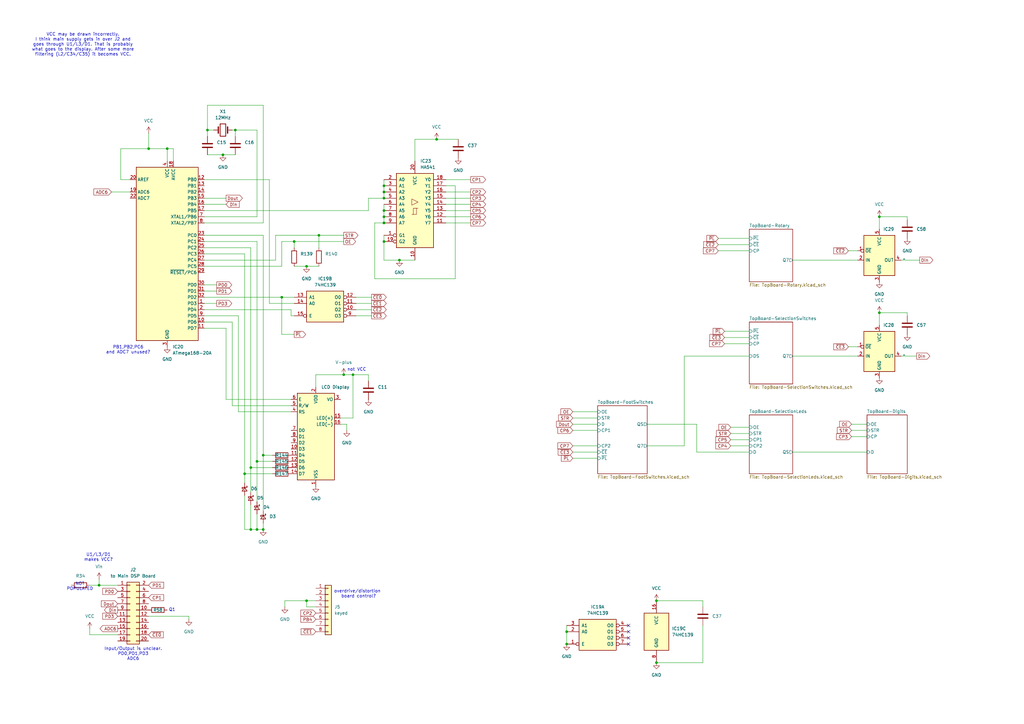
<source format=kicad_sch>
(kicad_sch (version 20231120) (generator "eeschema") (generator_version "8.0")
  (paper "A3")
  (title_block (title "Nova System Top Board") (date "2024-05-22") (rev "01") (company "tc electronic") (comment 1 "Reverse Engineered!") (comment 2 "Main brain and Display"))
  (lib_symbols
    (symbol "74xx:74LS139" (pin_names (offset 1.016))
      (property "Reference" "U" (at -7.62 8.89 0))
      (property "Value" "74LS139" (at -7.62 -8.89 0))
      (symbol "74LS139_1_0"
        (pin input inverted (at -12.7 -5.08 0) (length 5.08) (name "E") (number "1"))
        (pin input line (at -12.7 0 0) (length 5.08) (name "A0") (number "2"))
        (pin input line (at -12.7 2.54 0) (length 5.08) (name "A1") (number "3"))
        (pin output inverted (at 12.7 2.54 180) (length 5.08) (name "O0") (number "4"))
        (pin output inverted (at 12.7 0 180) (length 5.08) (name "O1") (number "5"))
        (pin output inverted (at 12.7 -2.54 180) (length 5.08) (name "O2") (number "6"))
        (pin output inverted (at 12.7 -5.08 180) (length 5.08) (name "O3") (number "7"))
      )
      (symbol "74LS139_1_1"
        (rectangle (start -7.62 5.08) (end 7.62 -7.62) (stroke (width 0.254)) (fill (type background)))
      )
      (symbol "74LS139_2_0"
        (pin output inverted (at 12.7 -2.54 180) (length 5.08) (name "O2") (number "10"))
        (pin output inverted (at 12.7 0 180) (length 5.08) (name "O1") (number "11"))
        (pin output inverted (at 12.7 2.54 180) (length 5.08) (name "O0") (number "12"))
        (pin input line (at -12.7 2.54 0) (length 5.08) (name "A1") (number "13"))
        (pin input line (at -12.7 0 0) (length 5.08) (name "A0") (number "14"))
        (pin input inverted (at -12.7 -5.08 0) (length 5.08) (name "E") (number "15"))
        (pin output inverted (at 12.7 -5.08 180) (length 5.08) (name "O3") (number "9"))
      )
      (symbol "74LS139_2_1"
        (rectangle (start -7.62 5.08) (end 7.62 -7.62) (stroke (width 0.254)) (fill (type background)))
      )
      (symbol "74LS139_3_0"
        (pin power_in line (at 0 12.7 270) (length 5.08) (name "VCC") (number "16"))
        (pin power_in line (at 0 -12.7 90) (length 5.08) (name "GND") (number "8"))
      )
      (symbol "74LS139_3_1"
        (rectangle (start -5.08 7.62) (end 5.08 -7.62) (stroke (width 0.254)) (fill (type background)))
      )
    )
    (symbol "74xx:74LS541" (pin_names (offset 1.016))
      (property "Reference" "U" (at -7.62 16.51 0))
      (property "Value" "74LS541" (at -7.62 -16.51 0))
      (symbol "74LS541_1_0"
        (polyline (pts (xy -0.635 -1.6002) (xy -0.635 0.9398) (xy 0.635 0.9398)))
        (polyline (pts (xy -1.27 -1.6002) (xy 0.635 -1.6002) (xy 0.635 0.9398) (xy 1.27 0.9398)))
        (polyline (pts (xy 1.27 3.4798) (xy -1.27 4.7498) (xy -1.27 2.2098) (xy 1.27 3.4798)) (stroke (width 0.1524)))
        (pin input inverted (at -12.7 -10.16 0) (length 5.08) (name "G1") (number "1"))
        (pin power_in line (at 0 -20.32 90) (length 5.08) (name "GND") (number "10"))
        (pin tri_state line (at 12.7 -5.08 180) (length 5.08) (name "Y7") (number "11"))
        (pin tri_state line (at 12.7 -2.54 180) (length 5.08) (name "Y6") (number "12"))
        (pin tri_state line (at 12.7 0 180) (length 5.08) (name "Y5") (number "13"))
        (pin tri_state line (at 12.7 2.54 180) (length 5.08) (name "Y4") (number "14"))
        (pin tri_state line (at 12.7 5.08 180) (length 5.08) (name "Y3") (number "15"))
        (pin tri_state line (at 12.7 7.62 180) (length 5.08) (name "Y2") (number "16"))
        (pin tri_state line (at 12.7 10.16 180) (length 5.08) (name "Y1") (number "17"))
        (pin tri_state line (at 12.7 12.7 180) (length 5.08) (name "Y0") (number "18"))
        (pin input inverted (at -12.7 -12.7 0) (length 5.08) (name "G2") (number "19"))
        (pin input line (at -12.7 12.7 0) (length 5.08) (name "A0") (number "2"))
        (pin power_in line (at 0 20.32 270) (length 5.08) (name "VCC") (number "20"))
        (pin input line (at -12.7 10.16 0) (length 5.08) (name "A1") (number "3"))
        (pin input line (at -12.7 7.62 0) (length 5.08) (name "A2") (number "4"))
        (pin input line (at -12.7 5.08 0) (length 5.08) (name "A3") (number "5"))
        (pin input line (at -12.7 2.54 0) (length 5.08) (name "A4") (number "6"))
        (pin input line (at -12.7 0 0) (length 5.08) (name "A5") (number "7"))
        (pin input line (at -12.7 -2.54 0) (length 5.08) (name "A6") (number "8"))
        (pin input line (at -12.7 -5.08 0) (length 5.08) (name "A7") (number "9"))
      )
      (symbol "74LS541_1_1"
        (rectangle (start -7.62 15.24) (end 7.62 -15.24) (stroke (width 0.254)) (fill (type background)))
      )
    )
    (symbol "Connector_Generic:Conn_01x08" (pin_names (offset 1.016) hide)
      (property "Reference" "J" (at 0 10.16 0))
      (property "Value" "Conn_01x08" (at 0 -12.7 0))
      (symbol "Conn_01x08_1_1"
        (rectangle (start -1.27 -10.033) (end 0 -10.287) (stroke (width 0.1524)))
        (rectangle (start -1.27 -7.493) (end 0 -7.747) (stroke (width 0.1524)))
        (rectangle (start -1.27 -4.953) (end 0 -5.207) (stroke (width 0.1524)))
        (rectangle (start -1.27 -2.413) (end 0 -2.667) (stroke (width 0.1524)))
        (rectangle (start -1.27 0.127) (end 0 -0.127) (stroke (width 0.1524)))
        (rectangle (start -1.27 2.667) (end 0 2.413) (stroke (width 0.1524)))
        (rectangle (start -1.27 5.207) (end 0 4.953) (stroke (width 0.1524)))
        (rectangle (start -1.27 7.747) (end 0 7.493) (stroke (width 0.1524)))
        (rectangle (start -1.27 8.89) (end 1.27 -11.43) (stroke (width 0.254)) (fill (type background)))
        (pin passive line (at -5.08 7.62 0) (length 3.81) (name "Pin_1") (number "1"))
        (pin passive line (at -5.08 5.08 0) (length 3.81) (name "Pin_2") (number "2"))
        (pin passive line (at -5.08 2.54 0) (length 3.81) (name "Pin_3") (number "3"))
        (pin passive line (at -5.08 0 0) (length 3.81) (name "Pin_4") (number "4"))
        (pin passive line (at -5.08 -2.54 0) (length 3.81) (name "Pin_5") (number "5"))
        (pin passive line (at -5.08 -5.08 0) (length 3.81) (name "Pin_6") (number "6"))
        (pin passive line (at -5.08 -7.62 0) (length 3.81) (name "Pin_7") (number "7"))
        (pin passive line (at -5.08 -10.16 0) (length 3.81) (name "Pin_8") (number "8"))
      )
    )
    (symbol "Connector_Generic:Conn_02x10_Odd_Even" (pin_names (offset 1.016) hide)
      (property "Reference" "J" (at 1.27 12.7 0))
      (property "Value" "Conn_02x10_Odd_Even" (at 1.27 -15.24 0))
      (symbol "Conn_02x10_Odd_Even_1_1"
        (rectangle (start -1.27 -12.573) (end 0 -12.827) (stroke (width 0.1524)))
        (rectangle (start -1.27 -10.033) (end 0 -10.287) (stroke (width 0.1524)))
        (rectangle (start -1.27 -7.493) (end 0 -7.747) (stroke (width 0.1524)))
        (rectangle (start -1.27 -4.953) (end 0 -5.207) (stroke (width 0.1524)))
        (rectangle (start -1.27 -2.413) (end 0 -2.667) (stroke (width 0.1524)))
        (rectangle (start -1.27 0.127) (end 0 -0.127) (stroke (width 0.1524)))
        (rectangle (start -1.27 2.667) (end 0 2.413) (stroke (width 0.1524)))
        (rectangle (start -1.27 5.207) (end 0 4.953) (stroke (width 0.1524)))
        (rectangle (start -1.27 7.747) (end 0 7.493) (stroke (width 0.1524)))
        (rectangle (start -1.27 10.287) (end 0 10.033) (stroke (width 0.1524)))
        (rectangle (start -1.27 11.43) (end 3.81 -13.97) (stroke (width 0.254)) (fill (type background)))
        (rectangle (start 3.81 -12.573) (end 2.54 -12.827) (stroke (width 0.1524)))
        (rectangle (start 3.81 -10.033) (end 2.54 -10.287) (stroke (width 0.1524)))
        (rectangle (start 3.81 -7.493) (end 2.54 -7.747) (stroke (width 0.1524)))
        (rectangle (start 3.81 -4.953) (end 2.54 -5.207) (stroke (width 0.1524)))
        (rectangle (start 3.81 -2.413) (end 2.54 -2.667) (stroke (width 0.1524)))
        (rectangle (start 3.81 0.127) (end 2.54 -0.127) (stroke (width 0.1524)))
        (rectangle (start 3.81 2.667) (end 2.54 2.413) (stroke (width 0.1524)))
        (rectangle (start 3.81 5.207) (end 2.54 4.953) (stroke (width 0.1524)))
        (rectangle (start 3.81 7.747) (end 2.54 7.493) (stroke (width 0.1524)))
        (rectangle (start 3.81 10.287) (end 2.54 10.033) (stroke (width 0.1524)))
        (pin passive line (at -5.08 10.16 0) (length 3.81) (name "Pin_1") (number "1"))
        (pin passive line (at 7.62 0 180) (length 3.81) (name "Pin_10") (number "10"))
        (pin passive line (at -5.08 -2.54 0) (length 3.81) (name "Pin_11") (number "11"))
        (pin passive line (at 7.62 -2.54 180) (length 3.81) (name "Pin_12") (number "12"))
        (pin passive line (at -5.08 -5.08 0) (length 3.81) (name "Pin_13") (number "13"))
        (pin passive line (at 7.62 -5.08 180) (length 3.81) (name "Pin_14") (number "14"))
        (pin passive line (at -5.08 -7.62 0) (length 3.81) (name "Pin_15") (number "15"))
        (pin passive line (at 7.62 -7.62 180) (length 3.81) (name "Pin_16") (number "16"))
        (pin passive line (at -5.08 -10.16 0) (length 3.81) (name "Pin_17") (number "17"))
        (pin passive line (at 7.62 -10.16 180) (length 3.81) (name "Pin_18") (number "18"))
        (pin passive line (at -5.08 -12.7 0) (length 3.81) (name "Pin_19") (number "19"))
        (pin passive line (at 7.62 10.16 180) (length 3.81) (name "Pin_2") (number "2"))
        (pin passive line (at 7.62 -12.7 180) (length 3.81) (name "Pin_20") (number "20"))
        (pin passive line (at -5.08 7.62 0) (length 3.81) (name "Pin_3") (number "3"))
        (pin passive line (at 7.62 7.62 180) (length 3.81) (name "Pin_4") (number "4"))
        (pin passive line (at -5.08 5.08 0) (length 3.81) (name "Pin_5") (number "5"))
        (pin passive line (at 7.62 5.08 180) (length 3.81) (name "Pin_6") (number "6"))
        (pin passive line (at -5.08 2.54 0) (length 3.81) (name "Pin_7") (number "7"))
        (pin passive line (at 7.62 2.54 180) (length 3.81) (name "Pin_8") (number "8"))
        (pin passive line (at -5.08 0 0) (length 3.81) (name "Pin_9") (number "9"))
      )
    )
    (symbol "Device:C" (pin_numbers hide) (pin_names (offset 0.254))
      (property "Reference" "C" (at 0.635 2.54 0))
      (property "Value" "C" (at 0.635 -2.54 0))
      (symbol "C_0_1"
        (polyline (pts (xy -2.032 -0.762) (xy 2.032 -0.762)) (stroke (width 0.508)))
        (polyline (pts (xy -2.032 0.762) (xy 2.032 0.762)) (stroke (width 0.508)))
      )
      (symbol "C_1_1"
        (pin passive line (at 0 3.81 270) (length 2.794) (name "~") (number "1"))
        (pin passive line (at 0 -3.81 90) (length 2.794) (name "~") (number "2"))
      )
    )
    (symbol "Device:Crystal" (pin_numbers hide) (pin_names (offset 1.016) hide)
      (property "Reference" "Y" (at 0 3.81 0))
      (property "Value" "Crystal" (at 0 -3.81 0))
      (symbol "Crystal_0_1"
        (rectangle (start -1.143 2.54) (end 1.143 -2.54) (stroke (width 0.3048)))
        (polyline (pts (xy -2.54 0) (xy -1.905 0)))
        (polyline (pts (xy -1.905 -1.27) (xy -1.905 1.27)) (stroke (width 0.508)))
        (polyline (pts (xy 1.905 -1.27) (xy 1.905 1.27)) (stroke (width 0.508)))
        (polyline (pts (xy 2.54 0) (xy 1.905 0)))
      )
      (symbol "Crystal_1_1"
        (pin passive line (at -3.81 0 0) (length 1.27) (name "1") (number "1"))
        (pin passive line (at 3.81 0 180) (length 1.27) (name "2") (number "2"))
      )
    )
    (symbol "Device:D_Schottky_Small" (pin_numbers hide) (pin_names (offset 0.254) hide)
      (property "Reference" "D" (at -1.27 2.032 0))
      (property "Value" "D_Schottky_Small" (at -7.112 -2.032 0))
      (symbol "D_Schottky_Small_0_1"
        (polyline (pts (xy -0.762 0) (xy 0.762 0)))
        (polyline (pts (xy 0.762 -1.016) (xy -0.762 0) (xy 0.762 1.016) (xy 0.762 -1.016)) (stroke (width 0.254)))
        (polyline (pts (xy -1.27 0.762) (xy -1.27 1.016) (xy -0.762 1.016) (xy -0.762 -1.016) (xy -0.254 -1.016) (xy -0.254 -0.762)) (stroke (width 0.254)))
      )
      (symbol "D_Schottky_Small_1_1"
        (pin passive line (at -2.54 0 0) (length 1.778) (name "K") (number "1"))
        (pin passive line (at 2.54 0 180) (length 1.778) (name "A") (number "2"))
      )
    )
    (symbol "Device:R" (pin_numbers hide) (pin_names (offset 0))
      (property "Reference" "R" (at 2.032 0 90))
      (property "Value" "R" (at 0 0 90))
      (symbol "R_0_1"
        (rectangle (start -1.016 -2.54) (end 1.016 2.54) (stroke (width 0.254)))
      )
      (symbol "R_1_1"
        (pin passive line (at 0 3.81 270) (length 1.27) (name "~") (number "1"))
        (pin passive line (at 0 -3.81 90) (length 1.27) (name "~") (number "2"))
      )
    )
    (symbol "Display_Character:WC1602A"
      (property "Reference" "DS" (at -5.842 19.05 0))
      (property "Value" "WC1602A" (at 5.334 19.05 0))
      (symbol "WC1602A_1_1"
        (rectangle (start -7.62 17.78) (end 7.62 -17.78) (stroke (width 0.254)) (fill (type background)))
        (pin power_in line (at 0 -20.32 90) (length 2.54) (name "VSS") (number "1"))
        (pin input line (at -10.16 -5.08 0) (length 2.54) (name "D3") (number "10"))
        (pin input line (at -10.16 -7.62 0) (length 2.54) (name "D4") (number "11"))
        (pin input line (at -10.16 -10.16 0) (length 2.54) (name "D5") (number "12"))
        (pin input line (at -10.16 -12.7 0) (length 2.54) (name "D6") (number "13"))
        (pin input line (at -10.16 -15.24 0) (length 2.54) (name "D7") (number "14"))
        (pin power_in line (at 10.16 7.62 180) (length 2.54) (name "LED(+)") (number "15"))
        (pin power_in line (at 10.16 5.08 180) (length 2.54) (name "LED(-)") (number "16"))
        (pin power_in line (at 0 20.32 270) (length 2.54) (name "VDD") (number "2"))
        (pin input line (at 10.16 15.24 180) (length 2.54) (name "VO") (number "3"))
        (pin input line (at -10.16 10.16 0) (length 2.54) (name "RS") (number "4"))
        (pin input line (at -10.16 12.7 0) (length 2.54) (name "R/W") (number "5"))
        (pin input line (at -10.16 15.24 0) (length 2.54) (name "E") (number "6"))
        (pin input line (at -10.16 2.54 0) (length 2.54) (name "D0") (number "7"))
        (pin input line (at -10.16 0 0) (length 2.54) (name "D1") (number "8"))
        (pin input line (at -10.16 -2.54 0) (length 2.54) (name "D2") (number "9"))
      )
    )
    (symbol "MCU_Microchip_ATmega:ATmega168-20A"
      (property "Reference" "U" (at -12.7 36.83 0))
      (property "Value" "ATmega168-20A" (at 2.54 -36.83 0))
      (symbol "ATmega168-20A_0_1"
        (rectangle (start -12.7 -35.56) (end 12.7 35.56) (stroke (width 0.254)) (fill (type background)))
      )
      (symbol "ATmega168-20A_1_1"
        (pin bidirectional line (at 15.24 -20.32 180) (length 2.54) (name "PD3") (number "1"))
        (pin bidirectional line (at 15.24 -27.94 180) (length 2.54) (name "PD6") (number "10"))
        (pin bidirectional line (at 15.24 -30.48 180) (length 2.54) (name "PD7") (number "11"))
        (pin bidirectional line (at 15.24 30.48 180) (length 2.54) (name "PB0") (number "12"))
        (pin bidirectional line (at 15.24 27.94 180) (length 2.54) (name "PB1") (number "13"))
        (pin bidirectional line (at 15.24 25.4 180) (length 2.54) (name "PB2") (number "14"))
        (pin bidirectional line (at 15.24 22.86 180) (length 2.54) (name "PB3") (number "15"))
        (pin bidirectional line (at 15.24 20.32 180) (length 2.54) (name "PB4") (number "16"))
        (pin bidirectional line (at 15.24 17.78 180) (length 2.54) (name "PB5") (number "17"))
        (pin power_in line (at 2.54 38.1 270) (length 2.54) (name "AVCC") (number "18"))
        (pin input line (at -15.24 25.4 0) (length 2.54) (name "ADC6") (number "19"))
        (pin bidirectional line (at 15.24 -22.86 180) (length 2.54) (name "PD4") (number "2"))
        (pin passive line (at -15.24 30.48 0) (length 2.54) (name "AREF") (number "20"))
        (pin passive line (at 0 -38.1 90) (length 2.54) hide (name "GND") (number "21"))
        (pin input line (at -15.24 22.86 0) (length 2.54) (name "ADC7") (number "22"))
        (pin bidirectional line (at 15.24 7.62 180) (length 2.54) (name "PC0") (number "23"))
        (pin bidirectional line (at 15.24 5.08 180) (length 2.54) (name "PC1") (number "24"))
        (pin bidirectional line (at 15.24 2.54 180) (length 2.54) (name "PC2") (number "25"))
        (pin bidirectional line (at 15.24 0 180) (length 2.54) (name "PC3") (number "26"))
        (pin bidirectional line (at 15.24 -2.54 180) (length 2.54) (name "PC4") (number "27"))
        (pin bidirectional line (at 15.24 -5.08 180) (length 2.54) (name "PC5") (number "28"))
        (pin bidirectional line (at 15.24 -7.62 180) (length 2.54) (name "~{RESET}/PC6") (number "29"))
        (pin power_in line (at 0 -38.1 90) (length 2.54) (name "GND") (number "3"))
        (pin bidirectional line (at 15.24 -12.7 180) (length 2.54) (name "PD0") (number "30"))
        (pin bidirectional line (at 15.24 -15.24 180) (length 2.54) (name "PD1") (number "31"))
        (pin bidirectional line (at 15.24 -17.78 180) (length 2.54) (name "PD2") (number "32"))
        (pin power_in line (at 0 38.1 270) (length 2.54) (name "VCC") (number "4"))
        (pin passive line (at 0 -38.1 90) (length 2.54) hide (name "GND") (number "5"))
        (pin passive line (at 0 38.1 270) (length 2.54) hide (name "VCC") (number "6"))
        (pin bidirectional line (at 15.24 15.24 180) (length 2.54) (name "XTAL1/PB6") (number "7"))
        (pin bidirectional line (at 15.24 12.7 180) (length 2.54) (name "XTAL2/PB7") (number "8"))
        (pin bidirectional line (at 15.24 -25.4 180) (length 2.54) (name "PD5") (number "9"))
      )
    )
    (symbol "ProjectLib:MisteryGate"
      (property "Reference" "IC" (at -3.048 4.826 0))
      (symbol "MisteryGate_1_1"
        (rectangle (start -15.24 2.54) (end -2.54 -13.97) (stroke (width 0.254)) (fill (type background)))
        (pin input inverted (at -17.78 -3.81 0) (length 2.54) (name "~{OE}") (number "1"))
        (pin input line (at -17.78 -7.62 0) (length 2.54) (name "IN") (number "2"))
        (pin power_in line (at -8.89 -16.51 90) (length 2.54) (name "GND") (number "3"))
        (pin output line (at 0 -7.62 180) (length 2.54) (name "OUT") (number "4"))
        (pin power_in line (at -8.89 5.08 270) (length 2.54) (name "VCC") (number "5"))
      )
    )
    (symbol "power:GND" (power) (pin_numbers hide) (pin_names (offset 0) hide)
      (property "Value" "GND" (at 0 -3.81 0))
      (symbol "GND_0_1"
        (polyline (pts (xy 0 0) (xy 0 -1.27) (xy 1.27 -1.27) (xy 0 -2.54) (xy -1.27 -1.27) (xy 0 -1.27)))
      )
      (symbol "GND_1_1"
        (pin power_in line (at 0 0 270) (length 0) (name "~") (number "1"))
      )
    )
    (symbol "power:VCC" (power) (pin_numbers hide) (pin_names (offset 0) hide)
      (property "Value" "VCC" (at 0 3.556 0))
      (symbol "VCC_0_1"
        (polyline (pts (xy -0.762 1.27) (xy 0 2.54)))
        (polyline (pts (xy 0 0) (xy 0 2.54)))
        (polyline (pts (xy 0 2.54) (xy 0.762 1.27)))
      )
      (symbol "VCC_1_1"
        (pin power_in line (at 0 0 90) (length 0) (name "~") (number "1"))
      )
    )
  )
  (junction (at 68.58 60.96))
  (junction (at 107.95 186.69))
  (junction (at 269.24 246.38))
  (junction (at 105.41 217.17))
  (junction (at 157.48 99.06))
  (junction (at 130.81 96.52))
  (junction (at 100.33 194.31))
  (junction (at 232.41 264.16))
  (junction (at 115.57 121.92))
  (junction (at 157.48 78.74))
  (junction (at 144.78 153.67))
  (junction (at 157.48 88.9))
  (junction (at 105.41 189.23))
  (junction (at 125.73 246.38))
  (junction (at 107.95 217.17))
  (junction (at 120.65 99.06))
  (junction (at 140.97 153.67))
  (junction (at 269.24 271.78))
  (junction (at 360.68 128.27))
  (junction (at 91.44 63.5))
  (junction (at 60.96 60.96))
  (junction (at 157.48 86.36))
  (junction (at 232.41 259.08))
  (junction (at 40.64 240.03))
  (junction (at 163.83 106.68))
  (junction (at 360.68 88.9))
  (junction (at 157.48 81.28))
  (junction (at 85.09 53.34))
  (junction (at 96.52 53.34))
  (junction (at 102.87 217.17))
  (junction (at 125.73 109.22))
  (junction (at 157.48 76.2))
  (junction (at 102.87 191.77))
  (junction (at 157.48 91.44))
  (junction (at 179.07 57.15))
  (no_connect (at 257.81 259.08))
  (no_connect (at 257.81 256.54))
  (no_connect (at 257.81 261.62))
  (no_connect (at 257.81 264.16))
  (wire (pts (xy 102.87 191.77) (xy 111.76 191.77)))
  (wire (pts (xy 234.95 176.53) (xy 245.11 176.53)))
  (wire (pts (xy 100.33 217.17) (xy 102.87 217.17)))
  (wire (pts (xy 294.64 100.33) (xy 307.34 100.33)))
  (wire (pts (xy 107.95 186.69) (xy 107.95 209.55)))
  (wire (pts (xy 299.72 182.88) (xy 307.34 182.88)))
  (wire (pts (xy 71.12 60.96) (xy 71.12 66.04)))
  (wire (pts (xy 232.41 256.54) (xy 232.41 259.08)))
  (wire (pts (xy 144.78 153.67) (xy 151.13 153.67)))
  (wire (pts (xy 299.72 177.8) (xy 307.34 177.8)))
  (wire (pts (xy 170.18 66.04) (xy 170.18 57.15)))
  (wire (pts (xy 182.88 91.44) (xy 193.04 91.44)))
  (wire (pts (xy 100.33 194.31) (xy 111.76 194.31)))
  (wire (pts (xy 105.41 210.82) (xy 105.41 217.17)))
  (wire (pts (xy 100.33 203.2) (xy 100.33 217.17)))
  (wire (pts (xy 140.97 153.67) (xy 144.78 153.67)))
  (wire (pts (xy 294.64 97.79) (xy 307.34 97.79)))
  (wire (pts (xy 83.82 124.46) (xy 88.9 124.46)))
  (wire (pts (xy 372.11 88.9) (xy 372.11 90.17)))
  (wire (pts (xy 130.81 96.52) (xy 140.97 96.52)))
  (wire (pts (xy 129.54 246.38) (xy 125.73 246.38)))
  (wire (pts (xy 96.52 53.34) (xy 96.52 55.88)))
  (wire (pts (xy 360.68 93.98) (xy 360.68 88.9)))
  (wire (pts (xy 182.88 78.74) (xy 193.04 78.74)))
  (wire (pts (xy 157.48 96.52) (xy 157.48 99.06)))
  (wire (pts (xy 299.72 175.26) (xy 307.34 175.26)))
  (wire (pts (xy 83.82 106.68) (xy 113.03 106.68)))
  (wire (pts (xy 105.41 189.23) (xy 105.41 205.74)))
  (wire (pts (xy 83.82 83.82) (xy 92.71 83.82)))
  (wire (pts (xy 115.57 99.06) (xy 120.65 99.06)))
  (wire (pts (xy 71.12 60.96) (xy 68.58 60.96)))
  (wire (pts (xy 186.69 76.2) (xy 186.69 114.3)))
  (wire (pts (xy 85.09 55.88) (xy 85.09 53.34)))
  (wire (pts (xy 146.05 124.46) (xy 152.4 124.46)))
  (wire (pts (xy 280.67 146.05) (xy 307.34 146.05)))
  (wire (pts (xy 102.87 191.77) (xy 102.87 201.93)))
  (wire (pts (xy 130.81 96.52) (xy 130.81 101.6)))
  (wire (pts (xy 102.87 217.17) (xy 105.41 217.17)))
  (wire (pts (xy 297.18 135.89) (xy 307.34 135.89)))
  (wire (pts (xy 83.82 96.52) (xy 107.95 96.52)))
  (wire (pts (xy 83.82 116.84) (xy 88.9 116.84)))
  (wire (pts (xy 299.72 180.34) (xy 307.34 180.34)))
  (wire (pts (xy 92.71 134.62) (xy 92.71 163.83)))
  (wire (pts (xy 153.67 91.44) (xy 157.48 91.44)))
  (wire (pts (xy 151.13 81.28) (xy 157.48 81.28)))
  (wire (pts (xy 234.95 185.42) (xy 245.11 185.42)))
  (wire (pts (xy 369.57 146.05) (xy 375.92 146.05)))
  (wire (pts (xy 95.25 53.34) (xy 96.52 53.34)))
  (wire (pts (xy 100.33 194.31) (xy 100.33 198.12)))
  (wire (pts (xy 170.18 57.15) (xy 179.07 57.15)))
  (wire (pts (xy 107.95 43.18) (xy 107.95 91.44)))
  (wire (pts (xy 157.48 83.82) (xy 157.48 86.36)))
  (wire (pts (xy 125.73 246.38) (xy 116.84 246.38)))
  (wire (pts (xy 360.68 133.35) (xy 360.68 128.27)))
  (wire (pts (xy 60.96 60.96) (xy 68.58 60.96)))
  (wire (pts (xy 120.65 99.06) (xy 140.97 99.06)))
  (wire (pts (xy 107.95 186.69) (xy 111.76 186.69)))
  (wire (pts (xy 105.41 99.06) (xy 105.41 189.23)))
  (wire (pts (xy 288.29 256.54) (xy 288.29 271.78)))
  (wire (pts (xy 83.82 119.38) (xy 88.9 119.38)))
  (wire (pts (xy 107.95 96.52) (xy 107.95 186.69)))
  (wire (pts (xy 125.73 248.92) (xy 125.73 246.38)))
  (wire (pts (xy 85.09 43.18) (xy 107.95 43.18)))
  (wire (pts (xy 297.18 138.43) (xy 307.34 138.43)))
  (wire (pts (xy 120.65 109.22) (xy 125.73 109.22)))
  (wire (pts (xy 115.57 109.22) (xy 115.57 99.06)))
  (wire (pts (xy 102.87 101.6) (xy 102.87 191.77)))
  (wire (pts (xy 186.69 114.3) (xy 153.67 114.3)))
  (wire (pts (xy 157.48 78.74) (xy 157.48 81.28)))
  (wire (pts (xy 347.98 142.24) (xy 351.79 142.24)))
  (wire (pts (xy 360.68 128.27) (xy 372.11 128.27)))
  (wire (pts (xy 85.09 53.34) (xy 85.09 43.18)))
  (wire (pts (xy 105.41 217.17) (xy 107.95 217.17)))
  (wire (pts (xy 77.47 252.73) (xy 77.47 254)))
  (wire (pts (xy 48.26 260.35) (xy 36.83 260.35)))
  (wire (pts (xy 182.88 81.28) (xy 193.04 81.28)))
  (wire (pts (xy 182.88 88.9) (xy 193.04 88.9)))
  (wire (pts (xy 265.43 173.99) (xy 285.75 173.99)))
  (wire (pts (xy 179.07 57.15) (xy 187.96 57.15)))
  (wire (pts (xy 83.82 121.92) (xy 115.57 121.92)))
  (wire (pts (xy 49.53 60.96) (xy 49.53 73.66)))
  (wire (pts (xy 182.88 76.2) (xy 186.69 76.2)))
  (wire (pts (xy 153.67 114.3) (xy 153.67 91.44)))
  (wire (pts (xy 157.48 99.06) (xy 157.48 106.68)))
  (wire (pts (xy 234.95 187.96) (xy 245.11 187.96)))
  (wire (pts (xy 129.54 153.67) (xy 140.97 153.67)))
  (wire (pts (xy 139.7 173.99) (xy 142.24 173.99)))
  (wire (pts (xy 83.82 104.14) (xy 100.33 104.14)))
  (wire (pts (xy 234.95 173.99) (xy 245.11 173.99)))
  (wire (pts (xy 113.03 106.68) (xy 113.03 96.52)))
  (wire (pts (xy 96.52 53.34) (xy 105.41 53.34)))
  (wire (pts (xy 157.48 88.9) (xy 157.48 91.44)))
  (wire (pts (xy 45.72 78.74) (xy 53.34 78.74)))
  (wire (pts (xy 105.41 189.23) (xy 111.76 189.23)))
  (wire (pts (xy 146.05 121.92) (xy 152.4 121.92)))
  (wire (pts (xy 125.73 109.22) (xy 130.81 109.22)))
  (wire (pts (xy 83.82 132.08) (xy 95.25 132.08)))
  (wire (pts (xy 285.75 185.42) (xy 307.34 185.42)))
  (wire (pts (xy 92.71 163.83) (xy 119.38 163.83)))
  (wire (pts (xy 297.18 140.97) (xy 307.34 140.97)))
  (wire (pts (xy 107.95 91.44) (xy 83.82 91.44)))
  (wire (pts (xy 157.48 76.2) (xy 157.48 78.74)))
  (wire (pts (xy 110.49 124.46) (xy 120.65 124.46)))
  (wire (pts (xy 146.05 127) (xy 152.4 127)))
  (wire (pts (xy 234.95 171.45) (xy 245.11 171.45)))
  (wire (pts (xy 157.48 106.68) (xy 163.83 106.68)))
  (wire (pts (xy 36.83 260.35) (xy 36.83 257.81)))
  (wire (pts (xy 83.82 129.54) (xy 97.79 129.54)))
  (wire (pts (xy 129.54 248.92) (xy 125.73 248.92)))
  (wire (pts (xy 105.41 88.9) (xy 83.82 88.9)))
  (wire (pts (xy 288.29 246.38) (xy 269.24 246.38)))
  (wire (pts (xy 325.12 146.05) (xy 351.79 146.05)))
  (wire (pts (xy 285.75 173.99) (xy 285.75 185.42)))
  (wire (pts (xy 83.82 127) (xy 119.38 127)))
  (wire (pts (xy 288.29 248.92) (xy 288.29 246.38)))
  (wire (pts (xy 157.48 73.66) (xy 157.48 76.2)))
  (wire (pts (xy 100.33 104.14) (xy 100.33 194.31)))
  (wire (pts (xy 347.98 102.87) (xy 351.79 102.87)))
  (wire (pts (xy 105.41 53.34) (xy 105.41 88.9)))
  (wire (pts (xy 349.25 173.99) (xy 355.6 173.99)))
  (wire (pts (xy 294.64 102.87) (xy 307.34 102.87)))
  (wire (pts (xy 85.09 63.5) (xy 91.44 63.5)))
  (wire (pts (xy 83.82 81.28) (xy 92.71 81.28)))
  (wire (pts (xy 288.29 271.78) (xy 269.24 271.78)))
  (wire (pts (xy 182.88 86.36) (xy 193.04 86.36)))
  (wire (pts (xy 142.24 173.99) (xy 142.24 176.53)))
  (wire (pts (xy 116.84 246.38) (xy 116.84 248.92)))
  (wire (pts (xy 280.67 146.05) (xy 280.67 182.88)))
  (wire (pts (xy 182.88 83.82) (xy 193.04 83.82)))
  (wire (pts (xy 68.58 60.96) (xy 68.58 66.04)))
  (wire (pts (xy 83.82 101.6) (xy 102.87 101.6)))
  (wire (pts (xy 182.88 73.66) (xy 193.04 73.66)))
  (wire (pts (xy 60.96 54.61) (xy 60.96 60.96)))
  (wire (pts (xy 97.79 168.91) (xy 119.38 168.91)))
  (wire (pts (xy 113.03 96.52) (xy 130.81 96.52)))
  (wire (pts (xy 151.13 86.36) (xy 151.13 81.28)))
  (wire (pts (xy 85.09 53.34) (xy 87.63 53.34)))
  (wire (pts (xy 49.53 73.66) (xy 53.34 73.66)))
  (wire (pts (xy 36.83 240.03) (xy 40.64 240.03)))
  (wire (pts (xy 234.95 168.91) (xy 245.11 168.91)))
  (wire (pts (xy 325.12 106.68) (xy 351.79 106.68)))
  (wire (pts (xy 83.82 134.62) (xy 92.71 134.62)))
  (wire (pts (xy 97.79 129.54) (xy 97.79 168.91)))
  (wire (pts (xy 325.12 185.42) (xy 355.6 185.42)))
  (wire (pts (xy 83.82 86.36) (xy 151.13 86.36)))
  (wire (pts (xy 40.64 240.03) (xy 48.26 240.03)))
  (wire (pts (xy 60.96 252.73) (xy 77.47 252.73)))
  (wire (pts (xy 83.82 109.22) (xy 115.57 109.22)))
  (wire (pts (xy 369.57 106.68) (xy 377.19 106.68)))
  (wire (pts (xy 139.7 171.45) (xy 144.78 171.45)))
  (wire (pts (xy 115.57 121.92) (xy 120.65 121.92)))
  (wire (pts (xy 107.95 214.63) (xy 107.95 217.17)))
  (wire (pts (xy 151.13 153.67) (xy 151.13 156.21)))
  (wire (pts (xy 265.43 182.88) (xy 280.67 182.88)))
  (wire (pts (xy 234.95 182.88) (xy 245.11 182.88)))
  (wire (pts (xy 120.65 99.06) (xy 120.65 101.6)))
  (wire (pts (xy 120.65 137.16) (xy 115.57 137.16)))
  (wire (pts (xy 144.78 171.45) (xy 144.78 153.67)))
  (wire (pts (xy 49.53 60.96) (xy 60.96 60.96)))
  (wire (pts (xy 146.05 129.54) (xy 152.4 129.54)))
  (wire (pts (xy 360.68 88.9) (xy 372.11 88.9)))
  (wire (pts (xy 95.25 132.08) (xy 95.25 166.37)))
  (wire (pts (xy 83.82 99.06) (xy 105.41 99.06)))
  (wire (pts (xy 119.38 127) (xy 119.38 129.54)))
  (wire (pts (xy 91.44 63.5) (xy 96.52 63.5)))
  (wire (pts (xy 102.87 207.01) (xy 102.87 217.17)))
  (wire (pts (xy 83.82 73.66) (xy 110.49 73.66)))
  (wire (pts (xy 119.38 129.54) (xy 120.65 129.54)))
  (wire (pts (xy 349.25 179.07) (xy 355.6 179.07)))
  (wire (pts (xy 40.64 237.49) (xy 40.64 240.03)))
  (wire (pts (xy 372.11 128.27) (xy 372.11 129.54)))
  (wire (pts (xy 349.25 176.53) (xy 355.6 176.53)))
  (wire (pts (xy 157.48 86.36) (xy 157.48 88.9)))
  (wire (pts (xy 163.83 106.68) (xy 170.18 106.68)))
  (wire (pts (xy 232.41 259.08) (xy 232.41 264.16)))
  (wire (pts (xy 129.54 158.75) (xy 129.54 153.67)))
  (wire (pts (xy 95.25 166.37) (xy 119.38 166.37)))
  (wire (pts (xy 115.57 137.16) (xy 115.57 121.92)))
  (wire (pts (xy 110.49 73.66) (xy 110.49 124.46)))
  (text "not VCC" (at 146.304 151.638 0) (effects (font (size 1.27 1.27))))
  (text "VCC may be drawn incorrectly.\nI think main supply gets in over J2 and\ngoes through U1/L3/D1. That is probably\nwhat goes to the display. After some more\nfiltering (L2/C34/C35) it becomes VCC." (at 34.036 18.288 0) (effects (font (size 1.27 1.27))))
  (text "Q1" (at 70.612 250.19 0) (effects (font (size 1.27 1.27))))
  (text "NOT\nPOPULATED" (at 32.766 240.538 0) (effects (font (size 1.27 1.27))))
  (text "Input/Output is unclear.\nPD0,PD1,PD3\nADC6" (at 54.61 268.224 0) (effects (font (size 1.27 1.27))))
  (text "U1/L3/D1\nmakes VCC?" (at 40.386 228.6 0) (effects (font (size 1.27 1.27))))
  (text "overdrive/distortion \nboard control?" (at 147.066 243.586 0) (effects (font (size 1.27 1.27))))
  (text "PB1,PB2,PC6\nand ADC7 unused?" (at 52.578 143.51 0) (effects (font (size 1.27 1.27))))
  (global_label "PD1" (shape input) (at 60.96 240.03 0) (property "Intersheetrefs" "${INTERSHEET_REFS}" (effects (hide yes))))
  (global_label "OE" (shape input) (at 349.25 173.99 180) (property "Intersheetrefs" "${INTERSHEET_REFS}" (effects (hide yes))))
  (global_label "~{CE0}" (shape input) (at 60.96 260.35 0) (property "Intersheetrefs" "${INTERSHEET_REFS}" (effects (hide yes))))
  (global_label "CP6" (shape output) (at 193.04 88.9 0) (property "Intersheetrefs" "${INTERSHEET_REFS}" (effects (hide yes))))
  (global_label "~{CE3}" (shape input) (at 234.95 185.42 180) (property "Intersheetrefs" "${INTERSHEET_REFS}" (effects (hide yes))))
  (global_label "Dout" (shape output) (at 92.71 81.28 0) (property "Intersheetrefs" "${INTERSHEET_REFS}" (effects (hide yes))))
  (global_label "PD3" (shape output) (at 88.9 124.46 0) (property "Intersheetrefs" "${INTERSHEET_REFS}" (effects (hide yes))))
  (global_label "CP5" (shape output) (at 193.04 86.36 0) (property "Intersheetrefs" "${INTERSHEET_REFS}" (effects (hide yes))))
  (global_label "STR" (shape input) (at 349.25 176.53 180) (property "Intersheetrefs" "${INTERSHEET_REFS}" (effects (hide yes))))
  (global_label "Din" (shape output) (at 375.92 146.05 0) (property "Intersheetrefs" "${INTERSHEET_REFS}" (effects (hide yes))))
  (global_label "~{CE3}" (shape output) (at 152.4 129.54 0) (property "Intersheetrefs" "${INTERSHEET_REFS}" (effects (hide yes))))
  (global_label "CP2" (shape input) (at 129.54 251.46 180) (property "Intersheetrefs" "${INTERSHEET_REFS}" (effects (hide yes))))
  (global_label "Dout" (shape input) (at 234.95 173.99 180) (property "Intersheetrefs" "${INTERSHEET_REFS}" (effects (hide yes))))
  (global_label "CP2" (shape output) (at 193.04 78.74 0) (property "Intersheetrefs" "${INTERSHEET_REFS}" (effects (hide yes))))
  (global_label "CP7" (shape output) (at 193.04 91.44 0) (property "Intersheetrefs" "${INTERSHEET_REFS}" (effects (hide yes))))
  (global_label "STR" (shape input) (at 234.95 171.45 180) (property "Intersheetrefs" "${INTERSHEET_REFS}" (effects (hide yes))))
  (global_label "~{CE3}" (shape input) (at 297.18 138.43 180) (property "Intersheetrefs" "${INTERSHEET_REFS}" (effects (hide yes))))
  (global_label "STR" (shape input) (at 299.72 177.8 180) (property "Intersheetrefs" "${INTERSHEET_REFS}" (effects (hide yes))))
  (global_label "OE" (shape output) (at 140.97 99.06 0) (property "Intersheetrefs" "${INTERSHEET_REFS}" (effects (hide yes))))
  (global_label "Dout" (shape input) (at 48.26 247.65 180) (property "Intersheetrefs" "${INTERSHEET_REFS}" (effects (hide yes))))
  (global_label "CP3" (shape output) (at 193.04 81.28 0) (property "Intersheetrefs" "${INTERSHEET_REFS}" (effects (hide yes))))
  (global_label "PD3" (shape input) (at 48.26 252.73 180) (property "Intersheetrefs" "${INTERSHEET_REFS}" (effects (hide yes))))
  (global_label "~{PL}" (shape input) (at 297.18 135.89 180) (property "Intersheetrefs" "${INTERSHEET_REFS}" (effects (hide yes))))
  (global_label "Din" (shape output) (at 377.19 106.68 0) (property "Intersheetrefs" "${INTERSHEET_REFS}" (effects (hide yes))))
  (global_label "ADC6" (shape output) (at 48.26 257.81 180) (property "Intersheetrefs" "${INTERSHEET_REFS}" (effects (hide yes))))
  (global_label "~{CE3}" (shape input) (at 347.98 142.24 180) (property "Intersheetrefs" "${INTERSHEET_REFS}" (effects (hide yes))))
  (global_label "CP3" (shape input) (at 349.25 179.07 180) (property "Intersheetrefs" "${INTERSHEET_REFS}" (effects (hide yes))))
  (global_label "CP4" (shape output) (at 193.04 83.82 0) (property "Intersheetrefs" "${INTERSHEET_REFS}" (effects (hide yes))))
  (global_label "~{CE0}" (shape output) (at 152.4 121.92 0) (property "Intersheetrefs" "${INTERSHEET_REFS}" (effects (hide yes))))
  (global_label "PD0" (shape input) (at 48.26 242.57 180) (property "Intersheetrefs" "${INTERSHEET_REFS}" (effects (hide yes))))
  (global_label "Din" (shape output) (at 48.26 250.19 180) (property "Intersheetrefs" "${INTERSHEET_REFS}" (effects (hide yes))))
  (global_label "CP7" (shape input) (at 297.18 140.97 180) (property "Intersheetrefs" "${INTERSHEET_REFS}" (effects (hide yes))))
  (global_label "OE" (shape input) (at 234.95 168.91 180) (property "Intersheetrefs" "${INTERSHEET_REFS}" (effects (hide yes))))
  (global_label "STR" (shape output) (at 140.97 96.52 0) (property "Intersheetrefs" "${INTERSHEET_REFS}" (effects (hide yes))))
  (global_label "CP7" (shape input) (at 294.64 102.87 180) (property "Intersheetrefs" "${INTERSHEET_REFS}" (effects (hide yes))))
  (global_label "CP1" (shape input) (at 60.96 245.11 0) (property "Intersheetrefs" "${INTERSHEET_REFS}" (effects (hide yes))))
  (global_label "~{PL}" (shape input) (at 294.64 97.79 180) (property "Intersheetrefs" "${INTERSHEET_REFS}" (effects (hide yes))))
  (global_label "CP6" (shape input) (at 234.95 176.53 180) (property "Intersheetrefs" "${INTERSHEET_REFS}" (effects (hide yes))))
  (global_label "~{CE2}" (shape input) (at 294.64 100.33 180) (property "Intersheetrefs" "${INTERSHEET_REFS}" (effects (hide yes))))
  (global_label "CP7" (shape input) (at 234.95 182.88 180) (property "Intersheetrefs" "${INTERSHEET_REFS}" (effects (hide yes))))
  (global_label "~{CE2}" (shape input) (at 347.98 102.87 180) (property "Intersheetrefs" "${INTERSHEET_REFS}" (effects (hide yes))))
  (global_label "~{CE2}" (shape output) (at 152.4 127 0) (property "Intersheetrefs" "${INTERSHEET_REFS}" (effects (hide yes))))
  (global_label "CP1" (shape output) (at 193.04 73.66 0) (property "Intersheetrefs" "${INTERSHEET_REFS}" (effects (hide yes))))
  (global_label "PD1" (shape output) (at 88.9 119.38 0) (property "Intersheetrefs" "${INTERSHEET_REFS}" (effects (hide yes))))
  (global_label "Din" (shape input) (at 92.71 83.82 0) (property "Intersheetrefs" "${INTERSHEET_REFS}" (effects (hide yes))))
  (global_label "~{PL}" (shape output) (at 120.65 137.16 0) (property "Intersheetrefs" "${INTERSHEET_REFS}" (effects (hide yes))))
  (global_label "PD0" (shape output) (at 88.9 116.84 0) (property "Intersheetrefs" "${INTERSHEET_REFS}" (effects (hide yes))))
  (global_label "CP5" (shape input) (at 299.72 180.34 180) (property "Intersheetrefs" "${INTERSHEET_REFS}" (effects (hide yes))))
  (global_label "~{CE1}" (shape output) (at 152.4 124.46 0) (property "Intersheetrefs" "${INTERSHEET_REFS}" (effects (hide yes))))
  (global_label "~{PL}" (shape input) (at 234.95 187.96 180) (property "Intersheetrefs" "${INTERSHEET_REFS}" (effects (hide yes))))
  (global_label "OE" (shape input) (at 299.72 175.26 180) (property "Intersheetrefs" "${INTERSHEET_REFS}" (effects (hide yes))))
  (global_label "PB4" (shape input) (at 129.54 254 180) (property "Intersheetrefs" "${INTERSHEET_REFS}" (effects (hide yes))))
  (global_label "~{CE1}" (shape input) (at 129.54 259.08 180) (property "Intersheetrefs" "${INTERSHEET_REFS}" (effects (hide yes))))
  (global_label "ADC6" (shape input) (at 45.72 78.74 180) (property "Intersheetrefs" "${INTERSHEET_REFS}" (effects (hide yes))))
  (global_label "CP4" (shape input) (at 299.72 182.88 180) (property "Intersheetrefs" "${INTERSHEET_REFS}" (effects (hide yes))))
  (symbol (lib_id "Device:C") (at 187.96 60.96 0) (unit 1)
    (property "Reference" "C37" (at 191.77 59.6899 0) (effects (justify left)))
    (property "Value" "C" (effects (hide yes)))
    (property "Description" "Unpolarized capacitor" (effects (hide yes)))
  )
  (symbol (lib_id "Device:R") (at 64.77 250.19 90) (unit 1)
    (property "Reference" "R58" (at 64.77 250.19 90))
    (property "Value" "R" (effects (hide yes)))
    (property "Description" "Resistor" (effects (hide yes)))
  )
  (symbol (lib_id "power:GND") (at 372.11 97.79 0) (unit 1)
    (property "Reference" "#PWR0115" (effects (hide yes)))
    (property "Value" "GND" (at 372.11 102.87 0))
    (property "Description" "Power symbol creates a global label with name \"GND\" , ground" (effects (hide yes)))
  )
  (symbol (lib_id "power:GND") (at 187.96 64.77 0) (unit 1)
    (property "Reference" "#PWR035" (effects (hide yes)))
    (property "Value" "GND" (at 187.96 69.85 0))
    (property "Description" "Power symbol creates a global label with name \"GND\" , ground" (effects (hide yes)))
  )
  (symbol (lib_id "Device:C") (at 288.29 252.73 0) (unit 1)
    (property "Reference" "C37" (at 292.1 252.7299 0) (effects (justify left)))
    (property "Value" "C" (effects (hide yes)))
    (property "Description" "Unpolarized capacitor" (effects (hide yes)))
  )
  (symbol (lib_id "Device:C") (at 151.13 160.02 0) (unit 1)
    (property "Reference" "C11" (at 154.94 158.7499 0) (effects (justify left)))
    (property "Value" "C" (effects (hide yes)))
    (property "Description" "Unpolarized capacitor" (effects (hide yes)))
  )
  (symbol (lib_id "power:GND") (at 151.13 163.83 0) (unit 1)
    (property "Reference" "#PWR038" (effects (hide yes)))
    (property "Value" "GND" (at 151.13 168.91 0))
    (property "Description" "Power symbol creates a global label with name \"GND\" , ground" (effects (hide yes)))
  )
  (symbol (lib_id "power:GND") (at 125.73 109.22 0) (unit 1)
    (property "Reference" "#PWR040" (effects (hide yes)))
    (property "Value" "GND" (at 125.73 114.3 0))
    (property "Description" "Power symbol creates a global label with name \"GND\" , ground" (effects (hide yes)))
  )
  (symbol (lib_id "power:GND") (at 68.58 142.24 0) (unit 1)
    (property "Reference" "#PWR033" (effects (hide yes)))
    (property "Value" "GND" (at 68.58 147.32 0))
    (property "Description" "Power symbol creates a global label with name \"GND\" , ground" (effects (hide yes)))
  )
  (symbol (lib_id "MCU_Microchip_ATmega:ATmega168-20A") (at 68.58 104.14 0) (unit 1)
    (property "Reference" "IC20" (at 70.7741 142.24 0) (effects (justify left)))
    (property "Value" "ATmega168-20A" (at 70.7741 144.78 0) (effects (justify left)))
    (property "Footprint" "Package_QFP:TQFP-32_7x7mm_P0.8mm" (effects (hide yes)))
    (property "Datasheet" "http://ww1.microchip.com/downloads/en/DeviceDoc/Atmel-2545-8-bit-AVR-Microcontroller-ATmega48-88-168_Datasheet.pdf" (effects (hide yes)))
    (property "Description" "20MHz, 16kB Flash, 1kB SRAM, 512B EEPROM, TQFP-32" (effects (hide yes)))
  )
  (symbol (lib_id "74xx:74LS139") (at 133.35 124.46 0) (unit 2)
    (property "Reference" "IC19" (at 133.35 114.3 0))
    (property "Value" "74HC139" (at 133.35 116.84 0))
    (property "Datasheet" "http://www.ti.com/lit/ds/symlink/sn74ls139a.pdf" (effects (hide yes)))
    (property "Description" "Dual Decoder 1 of 4, Active low outputs" (effects (hide yes)))
  )
  (symbol (lib_id "Device:D_Schottky_Small") (at 100.33 200.66 270) (unit 1)
    (property "Reference" "D6" (at 102.87 200.4059 90) (effects (justify left)))
    (property "Value" "D_Schottky_Small" (effects (hide yes)))
    (property "Description" "Schottky diode, small symbol" (effects (hide yes)))
  )
  (symbol (lib_id "Device:D_Schottky_Small") (at 102.87 204.47 270) (unit 1)
    (property "Reference" "D5" (at 105.41 204.2159 90) (effects (justify left)))
    (property "Value" "D_Schottky_Small" (effects (hide yes)))
    (property "Description" "Schottky diode, small symbol" (effects (hide yes)))
  )
  (symbol (lib_id "power:GND") (at 107.95 217.17 0) (unit 1)
    (property "Reference" "#PWR043" (effects (hide yes)))
    (property "Value" "GND" (at 107.95 222.25 0))
    (property "Description" "Power symbol creates a global label with name \"GND\" , ground" (effects (hide yes)))
  )
  (symbol (lib_id "power:GND") (at 360.68 115.57 0) (unit 1)
    (property "Reference" "#PWR0117" (effects (hide yes)))
    (property "Value" "GND" (at 360.68 120.65 0))
    (property "Description" "Power symbol creates a global label with name \"GND\" , ground" (effects (hide yes)))
  )
  (symbol (lib_id "ProjectLib:MisteryGate") (at 369.57 138.43 0) (unit 1)
    (property "Reference" "IC28" (at 364.49 133.35 0))
    (property "Value" "~" (at 370.84 145.5771 0))
  )
  (symbol (lib_id "Device:R") (at 115.57 186.69 90) (unit 1)
    (property "Reference" "R144" (at 115.57 186.69 90))
    (property "Value" "R" (effects (hide yes)))
    (property "Description" "Resistor" (effects (hide yes)))
  )
  (symbol (lib_id "Device:R") (at 120.65 105.41 0) (unit 1)
    (property "Reference" "R139" (at 123.19 104.1399 0) (effects (justify left)))
    (property "Value" "R" (effects (hide yes)))
    (property "Description" "Resistor" (effects (hide yes)))
  )
  (symbol (lib_id "power:GND") (at 372.11 137.16 0) (unit 1)
    (property "Reference" "#PWR091" (effects (hide yes)))
    (property "Value" "GND" (at 372.11 142.24 0))
    (property "Description" "Power symbol creates a global label with name \"GND\" , ground" (effects (hide yes)))
  )
  (symbol (lib_id "Device:R") (at 33.02 240.03 90) (unit 1)
    (property "Reference" "R34" (at 33.02 236.22 90))
    (property "Value" "R" (effects (hide yes)))
    (property "Description" "Not Populated" (effects (hide yes)))
  )
  (symbol (lib_id "Device:Crystal") (at 91.44 53.34 0) (unit 1)
    (property "Reference" "X1" (at 91.44 45.72 0))
    (property "Value" "12MHz" (at 91.44 48.26 0))
    (property "Description" "Two pin crystal" (effects (hide yes)))
  )
  (symbol (lib_id "power:GND") (at 232.41 264.16 0) (unit 1)
    (property "Reference" "#PWR01" (effects (hide yes)))
    (property "Value" "GND" (at 232.41 269.24 0))
    (property "Description" "Power symbol creates a global label with name \"GND\" , ground" (effects (hide yes)))
  )
  (symbol (lib_id "Device:C") (at 85.09 59.69 0) (unit 1)
    (property "Reference" "C15" (at 88.9 58.4199 0) (effects (justify left)))
    (property "Value" "C" (effects (hide yes)))
    (property "Description" "Unpolarized capacitor" (effects (hide yes)))
  )
  (symbol (lib_id "ProjectLib:MisteryGate") (at 369.57 99.06 0) (unit 1)
    (property "Reference" "IC29" (at 364.49 93.98 0))
    (property "Value" "~" (at 370.84 106.2071 0))
  )
  (symbol (lib_id "power:GND") (at 91.44 63.5 0) (unit 1)
    (property "Reference" "#PWR036" (effects (hide yes)))
    (property "Value" "GND" (at 91.44 68.58 0))
    (property "Description" "Power symbol creates a global label with name \"GND\" , ground" (effects (hide yes)))
  )
  (symbol (lib_id "74xx:74LS139") (at 269.24 259.08 0) (unit 3)
    (property "Reference" "IC19" (at 275.59 257.8099 0) (effects (justify left)))
    (property "Value" "74HC139" (at 275.59 260.3499 0) (effects (justify left)))
    (property "Datasheet" "http://www.ti.com/lit/ds/symlink/sn74ls139a.pdf" (effects (hide yes)))
    (property "Description" "Dual Decoder 1 of 4, Active low outputs" (effects (hide yes)))
  )
  (symbol (lib_id "74xx:74LS541") (at 170.18 86.36 0) (unit 1)
    (property "Reference" "IC23" (at 172.3741 66.04 0) (effects (justify left)))
    (property "Value" "HA541" (at 172.3741 68.58 0) (effects (justify left)))
    (property "Datasheet" "http://www.ti.com/lit/gpn/sn74LS541" (effects (hide yes)))
    (property "Description" "8-bit Buffer/Line Driver 3-state outputs" (effects (hide yes)))
  )
  (symbol (lib_id "Device:C") (at 372.11 93.98 0) (unit 1)
    (property "Reference" "C58" (at 375.92 93.9799 0) (effects (justify left)))
    (property "Value" "C" (effects (hide yes)))
    (property "Description" "Unpolarized capacitor" (effects (hide yes)))
  )
  (symbol (lib_id "power:GND") (at 142.24 176.53 0) (unit 1)
    (property "Reference" "#PWR042" (effects (hide yes)))
    (property "Value" "GND" (at 142.24 181.61 0))
    (property "Description" "Power symbol creates a global label with name \"GND\" , ground" (effects (hide yes)))
  )
  (symbol (lib_id "power:GND") (at 129.54 199.39 0) (unit 1)
    (property "Reference" "#PWR039" (effects (hide yes)))
    (property "Value" "GND" (at 129.54 204.47 0))
    (property "Description" "Power symbol creates a global label with name \"GND\" , ground" (effects (hide yes)))
  )
  (symbol (lib_id "74xx:74LS139") (at 245.11 259.08 0) (unit 1)
    (property "Reference" "IC19" (at 245.11 248.92 0))
    (property "Value" "74HC139" (at 245.11 251.46 0))
    (property "Datasheet" "http://www.ti.com/lit/ds/symlink/sn74ls139a.pdf" (effects (hide yes)))
    (property "Description" "Dual Decoder 1 of 4, Active low outputs" (effects (hide yes)))
  )
  (symbol (lib_id "power:VCC") (at 40.64 237.49 0) (unit 1)
    (property "Reference" "#PWR094" (effects (hide yes)))
    (property "Value" "Vin" (at 40.64 232.41 0))
    (property "Description" "Power symbol creates a global label with name \"VCC\"" (effects (hide yes)))
  )
  (symbol (lib_id "power:VCC") (at 60.96 54.61 0) (unit 1)
    (property "Reference" "#PWR037" (effects (hide yes)))
    (property "Value" "VCC" (at 60.96 49.53 0))
    (property "Description" "Power symbol creates a global label with name \"VCC\"" (effects (hide yes)))
  )
  (symbol (lib_id "power:VCC") (at 36.83 257.81 0) (unit 1)
    (property "Reference" "#PWR093" (effects (hide yes)))
    (property "Value" "VCC" (at 36.83 252.73 0))
    (property "Description" "Power symbol creates a global label with name \"VCC\"" (effects (hide yes)))
  )
  (symbol (lib_id "Device:C") (at 372.11 133.35 0) (unit 1)
    (property "Reference" "C57" (at 375.92 133.3499 0) (effects (justify left)))
    (property "Value" "C" (effects (hide yes)))
    (property "Description" "Unpolarized capacitor" (effects (hide yes)))
  )
  (symbol (lib_id "power:GND") (at 269.24 271.78 0) (unit 1)
    (property "Reference" "#PWR031" (effects (hide yes)))
    (property "Value" "GND" (at 269.24 276.86 0))
    (property "Description" "Power symbol creates a global label with name \"GND\" , ground" (effects (hide yes)))
  )
  (symbol (lib_id "power:VCC") (at 140.97 153.67 0) (unit 1)
    (property "Reference" "#PWR041" (effects (hide yes)))
    (property "Value" "V-plus" (at 140.97 148.59 0))
    (property "Description" "Power symbol creates a global label with name \"VCC\"" (effects (hide yes)))
  )
  (symbol (lib_id "power:VCC") (at 360.68 128.27 0) (unit 1)
    (property "Reference" "#PWR092" (effects (hide yes)))
    (property "Value" "VCC" (at 360.68 123.19 0))
    (property "Description" "Power symbol creates a global label with name \"VCC\"" (effects (hide yes)))
  )
  (symbol (lib_id "Connector_Generic:Conn_01x08") (at 134.62 248.92 0) (unit 1)
    (property "Reference" "J5" (at 137.16 248.9199 0) (effects (justify left)))
    (property "Value" "keyed" (at 137.16 251.4599 0) (effects (justify left)))
    (property "Description" "To foot pedal" (effects (hide yes)))
  )
  (symbol (lib_id "power:VCC") (at 269.24 246.38 0) (unit 1)
    (property "Reference" "#PWR02" (effects (hide yes)))
    (property "Value" "VCC" (at 269.24 241.3 0))
    (property "Description" "Power symbol creates a global label with name \"VCC\"" (effects (hide yes)))
  )
  (symbol (lib_id "Connector_Generic:Conn_02x10_Odd_Even") (at 53.34 250.19 0) (unit 1)
    (property "Reference" "J2" (at 54.61 233.68 0))
    (property "Value" "to Main DSP Board" (at 54.61 236.22 0))
    (property "Description" "Generic connector, double row, 02x10, odd/even pin numbering scheme (row 1 odd numbers, row 2 even numbers), script generated (kicad-library-utils/schlib/autogen/connector/)" (effects (hide yes)))
  )
  (symbol (lib_id "Display_Character:WC1602A") (at 129.54 179.07 0) (unit 1)
    (property "Reference" "DS1" (effects (hide yes)))
    (property "Value" "LCD Display" (at 131.7341 158.75 0) (effects (justify left)))
    (property "Footprint" "Display:WC1602A" (effects (hide yes)))
    (property "Datasheet" "http://www.wincomlcd.com/pdf/WC1602A-SFYLYHTC06.pdf" (effects (hide yes)))
    (property "Description" "LCD 16x2 Alphanumeric , 8 bit parallel bus, 5V VDD" (effects (hide yes)))
  )
  (symbol (lib_id "Device:R") (at 130.81 105.41 0) (unit 1)
    (property "Reference" "R140" (at 133.35 104.1399 0) (effects (justify left)))
    (property "Value" "R" (effects (hide yes)))
    (property "Description" "Resistor" (effects (hide yes)))
  )
  (symbol (lib_id "Device:R") (at 115.57 194.31 90) (unit 1)
    (property "Reference" "R147" (at 115.57 194.31 90))
    (property "Value" "R" (effects (hide yes)))
    (property "Description" "Resistor" (effects (hide yes)))
  )
  (symbol (lib_id "Device:R") (at 115.57 189.23 90) (unit 1)
    (property "Reference" "R145" (at 115.57 189.23 90))
    (property "Value" "R" (effects (hide yes)))
    (property "Description" "Resistor" (effects (hide yes)))
  )
  (symbol (lib_id "Device:C") (at 96.52 59.69 0) (unit 1)
    (property "Reference" "C16" (at 100.33 58.4199 0) (effects (justify left)))
    (property "Value" "C" (effects (hide yes)))
    (property "Description" "Unpolarized capacitor" (effects (hide yes)))
  )
  (symbol (lib_id "Device:D_Schottky_Small") (at 105.41 208.28 270) (unit 1)
    (property "Reference" "D4" (at 107.95 208.0259 90) (effects (justify left)))
    (property "Value" "D_Schottky_Small" (effects (hide yes)))
    (property "Description" "Schottky diode, small symbol" (effects (hide yes)))
  )
  (symbol (lib_id "power:GND") (at 163.83 106.68 0) (unit 1)
    (property "Reference" "#PWR032" (effects (hide yes)))
    (property "Value" "GND" (at 163.83 111.76 0))
    (property "Description" "Power symbol creates a global label with name \"GND\" , ground" (effects (hide yes)))
  )
  (symbol (lib_id "Device:R") (at 115.57 191.77 90) (unit 1)
    (property "Reference" "R146" (at 115.57 191.77 90))
    (property "Value" "R" (effects (hide yes)))
    (property "Description" "Resistor" (effects (hide yes)))
  )
  (symbol (lib_id "power:GND") (at 360.68 154.94 0) (unit 1)
    (property "Reference" "#PWR090" (effects (hide yes)))
    (property "Value" "GND" (at 360.68 160.02 0))
    (property "Description" "Power symbol creates a global label with name \"GND\" , ground" (effects (hide yes)))
  )
  (symbol (lib_id "Device:D_Schottky_Small") (at 107.95 212.09 270) (unit 1)
    (property "Reference" "D3" (at 110.49 211.8359 90) (effects (justify left)))
    (property "Value" "D_Schottky_Small" (effects (hide yes)))
    (property "Description" "Schottky diode, small symbol" (effects (hide yes)))
  )
  (symbol (lib_id "power:GND") (at 77.47 254 0) (unit 1)
    (property "Reference" "#PWR095" (effects (hide yes)))
    (property "Value" "GND" (at 77.47 259.08 0))
    (property "Description" "Power symbol creates a global label with name \"GND\" , ground" (effects (hide yes)))
  )
  (symbol (lib_id "power:VCC") (at 360.68 88.9 0) (unit 1)
    (property "Reference" "#PWR0116" (effects (hide yes)))
    (property "Value" "VCC" (at 360.68 83.82 0))
    (property "Description" "Power symbol creates a global label with name \"VCC\"" (effects (hide yes)))
  )
  (symbol (lib_id "power:GND") (at 116.84 248.92 0) (unit 1)
    (property "Reference" "#PWR096" (effects (hide yes)))
    (property "Value" "GND" (at 116.84 254 0))
    (property "Description" "Power symbol creates a global label with name \"GND\" , ground" (effects (hide yes)))
  )
  (symbol (lib_id "power:VCC") (at 179.07 57.15 0) (unit 1)
    (property "Reference" "#PWR034" (effects (hide yes)))
    (property "Value" "VCC" (at 179.07 52.07 0))
    (property "Description" "Power symbol creates a global label with name \"VCC\"" (effects (hide yes)))
  )
  (sheet (at 307.34 93.98) (size 17.78 21.59) (stroke (width 0.1524))
    (property "Sheetname" "TopBoard-Rotary" (at 307.34 93.2684 0) (effects (justify left bottom)))
    (property "Sheetfile" "TopBoard-Rotary.kicad_sch" (at 307.34 116.1546 0) (effects (justify left top)))
    (pin "Q7" output (at 325.12 106.68 0))
    (pin "~{PL}" input (at 307.34 97.79 180))
    (pin "CP" input (at 307.34 102.87 180))
    (pin "~{CE}" input (at 307.34 100.33 180))
  )
  (sheet (at 307.34 132.08) (size 17.78 25.4) (stroke (width 0.1524))
    (property "Sheetname" "TopBoard-SelectionSwitches" (at 307.34 131.3684 0) (effects (justify left bottom)))
    (property "Sheetfile" "TopBoard-SelectionSwitches.kicad_sch" (at 307.34 158.0646 0) (effects (justify left top)))
    (pin "~{PL}" input (at 307.34 135.89 180))
    (pin "~{CE}" input (at 307.34 138.43 180))
    (pin "CP" input (at 307.34 140.97 180))
    (pin "Q7" output (at 325.12 146.05 0))
    (pin "DS" input (at 307.34 146.05 180))
  )
  (sheet (at 245.11 166.37) (size 20.32 27.94) (stroke (width 0.1524))
    (property "Sheetname" "TopBoard-FootSwitches" (at 245.11 165.6584 0) (effects (justify left bottom)))
    (property "Sheetfile" "TopBoard-FootSwitches.kicad_sch" (at 245.11 194.8946 0) (effects (justify left top)))
    (pin "QS" output (at 265.43 173.99 0))
    (pin "STR" input (at 245.11 171.45 180))
    (pin "OE" input (at 245.11 168.91 180))
    (pin "D" input (at 245.11 173.99 180))
    (pin "CP1" input (at 245.11 176.53 180))
    (pin "CP2" input (at 245.11 182.88 180))
    (pin "~{CE}" input (at 245.11 185.42 180))
    (pin "~{PL}" input (at 245.11 187.96 180))
    (pin "Q7" output (at 265.43 182.88 0))
  )
  (sheet (at 355.6 170.18) (size 16.51 24.13) (stroke (width 0.1524))
    (property "Sheetname" "TopBoard-Digits" (at 355.6 169.4684 0) (effects (justify left bottom)))
    (property "Sheetfile" "TopBoard-Digits.kicad_sch" (at 355.6 194.8946 0) (effects (justify left top)))
    (pin "D" input (at 355.6 185.42 180))
    (pin "OE" input (at 355.6 173.99 180))
    (pin "CP" input (at 355.6 179.07 180))
    (pin "STR" input (at 355.6 176.53 180))
  )
  (sheet (at 307.34 170.18) (size 17.78 24.13) (stroke (width 0.1524))
    (property "Sheetname" "TopBoard-SelectionLeds" (at 307.34 169.4684 0) (effects (justify left bottom)))
    (property "Sheetfile" "TopBoard-SelectionLeds.kicad_sch" (at 307.34 194.8946 0) (effects (justify left top)))
    (pin "OE" input (at 307.34 175.26 180))
    (pin "STR" input (at 307.34 177.8 180))
    (pin "CP1" input (at 307.34 180.34 180))
    (pin "CP2" input (at 307.34 182.88 180))
    (pin "D" input (at 307.34 185.42 180))
    (pin "QS" output (at 325.12 185.42 0))
  )
)
</source>
